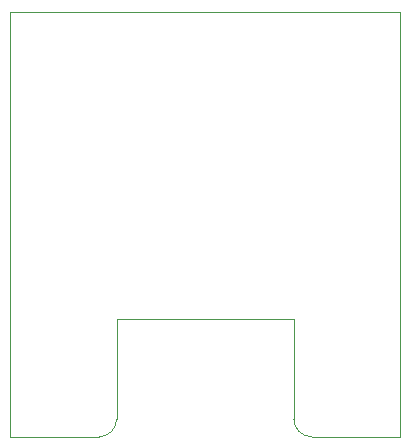
<source format=gm1>
%TF.GenerationSoftware,KiCad,Pcbnew,6.0.4-6f826c9f35~116~ubuntu18.04.1*%
%TF.CreationDate,2023-11-26T11:12:56-05:00*%
%TF.ProjectId,SH101_IO,53483130-315f-4494-9f2e-6b696361645f,rev?*%
%TF.SameCoordinates,Original*%
%TF.FileFunction,Profile,NP*%
%FSLAX46Y46*%
G04 Gerber Fmt 4.6, Leading zero omitted, Abs format (unit mm)*
G04 Created by KiCad (PCBNEW 6.0.4-6f826c9f35~116~ubuntu18.04.1) date 2023-11-26 11:12:56*
%MOMM*%
%LPD*%
G01*
G04 APERTURE LIST*
%TA.AperFunction,Profile*%
%ADD10C,0.100000*%
%TD*%
G04 APERTURE END LIST*
D10*
X73019250Y-34587500D02*
G75*
G03*
X74519250Y-36087500I1500000J0D01*
G01*
X56519250Y-36087500D02*
G75*
G03*
X58019250Y-34587500I0J1500000D01*
G01*
X58019250Y-26087500D02*
X73019250Y-26087500D01*
X82019250Y-36087500D02*
X74519250Y-36087500D01*
X82019250Y-87500D02*
X82019250Y-36087500D01*
X49019250Y-87500D02*
X82019250Y-87500D01*
X49019250Y-36087500D02*
X56519250Y-36087500D01*
X49019250Y-87500D02*
X49019250Y-36087500D01*
X58019250Y-34587500D02*
X58019250Y-26087500D01*
X73019250Y-26087500D02*
X73019250Y-34587500D01*
M02*

</source>
